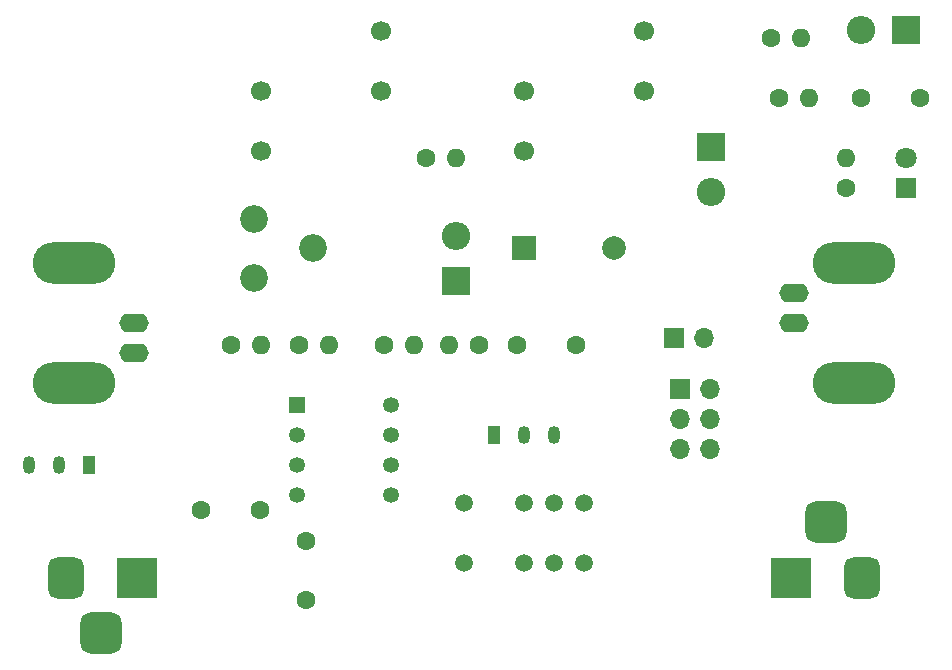
<source format=gbr>
G04 #@! TF.GenerationSoftware,KiCad,Pcbnew,7.0.2-0*
G04 #@! TF.CreationDate,2023-05-29T14:12:07-07:00*
G04 #@! TF.ProjectId,SWR Protector,53575220-5072-46f7-9465-63746f722e6b,v2.0*
G04 #@! TF.SameCoordinates,Original*
G04 #@! TF.FileFunction,Soldermask,Top*
G04 #@! TF.FilePolarity,Negative*
%FSLAX46Y46*%
G04 Gerber Fmt 4.6, Leading zero omitted, Abs format (unit mm)*
G04 Created by KiCad (PCBNEW 7.0.2-0) date 2023-05-29 14:12:07*
%MOMM*%
%LPD*%
G01*
G04 APERTURE LIST*
G04 Aperture macros list*
%AMRoundRect*
0 Rectangle with rounded corners*
0 $1 Rounding radius*
0 $2 $3 $4 $5 $6 $7 $8 $9 X,Y pos of 4 corners*
0 Add a 4 corners polygon primitive as box body*
4,1,4,$2,$3,$4,$5,$6,$7,$8,$9,$2,$3,0*
0 Add four circle primitives for the rounded corners*
1,1,$1+$1,$2,$3*
1,1,$1+$1,$4,$5*
1,1,$1+$1,$6,$7*
1,1,$1+$1,$8,$9*
0 Add four rect primitives between the rounded corners*
20,1,$1+$1,$2,$3,$4,$5,0*
20,1,$1+$1,$4,$5,$6,$7,0*
20,1,$1+$1,$6,$7,$8,$9,0*
20,1,$1+$1,$8,$9,$2,$3,0*%
G04 Aperture macros list end*
%ADD10C,1.600000*%
%ADD11O,1.600000X1.600000*%
%ADD12C,1.700000*%
%ADD13O,2.500000X1.600000*%
%ADD14O,7.000000X3.500000*%
%ADD15C,1.500000*%
%ADD16R,1.700000X1.700000*%
%ADD17O,1.700000X1.700000*%
%ADD18C,2.340000*%
%ADD19R,2.400000X2.400000*%
%ADD20O,2.400000X2.400000*%
%ADD21R,3.500000X3.500000*%
%ADD22RoundRect,0.750000X0.750000X1.000000X-0.750000X1.000000X-0.750000X-1.000000X0.750000X-1.000000X0*%
%ADD23RoundRect,0.875000X0.875000X0.875000X-0.875000X0.875000X-0.875000X-0.875000X0.875000X-0.875000X0*%
%ADD24R,1.050000X1.500000*%
%ADD25O,1.050000X1.500000*%
%ADD26R,1.800000X1.800000*%
%ADD27C,1.800000*%
%ADD28R,2.000000X2.000000*%
%ADD29C,2.000000*%
%ADD30R,1.350000X1.350000*%
%ADD31C,1.350000*%
%ADD32RoundRect,0.750000X-0.750000X-1.000000X0.750000X-1.000000X0.750000X1.000000X-0.750000X1.000000X0*%
%ADD33RoundRect,0.875000X-0.875000X-0.875000X0.875000X-0.875000X0.875000X0.875000X-0.875000X0.875000X0*%
G04 APERTURE END LIST*
D10*
X188595000Y-83820000D03*
X193595000Y-83820000D03*
X156210000Y-104775000D03*
D11*
X153670000Y-104775000D03*
D10*
X180975000Y-78740000D03*
D11*
X183515000Y-78740000D03*
D10*
X151765000Y-88900000D03*
D11*
X154305000Y-88900000D03*
D10*
X141605000Y-126325000D03*
X141605000Y-121325000D03*
D12*
X170180000Y-78200000D03*
X160020000Y-88360000D03*
X170180000Y-83280000D03*
X160020000Y-83280000D03*
D13*
X182880000Y-102870000D03*
D14*
X187960000Y-97790000D03*
D13*
X182880000Y-100330000D03*
D14*
X187960000Y-107950000D03*
D15*
X154940000Y-123190000D03*
X160020000Y-123190000D03*
X162560000Y-123190000D03*
X165100000Y-123190000D03*
X165100000Y-118110000D03*
X162560000Y-118110000D03*
X160020000Y-118110000D03*
X154940000Y-118110000D03*
D12*
X147955000Y-78200000D03*
X137795000Y-88360000D03*
X147955000Y-83280000D03*
X137795000Y-83280000D03*
D16*
X172715000Y-104140000D03*
D17*
X175255000Y-104140000D03*
D10*
X148180000Y-104775000D03*
D11*
X150720000Y-104775000D03*
D18*
X137160000Y-99060000D03*
X142160000Y-96560000D03*
X137160000Y-94060000D03*
D19*
X175895000Y-87965000D03*
D20*
X175895000Y-91775000D03*
D19*
X154305000Y-99360000D03*
D20*
X154305000Y-95550000D03*
D21*
X182626000Y-124460000D03*
D22*
X188626000Y-124460000D03*
D23*
X185626000Y-119760000D03*
D10*
X187325000Y-91440000D03*
D11*
X187325000Y-88900000D03*
D24*
X157480000Y-112395000D03*
D25*
X160020000Y-112395000D03*
X162560000Y-112395000D03*
D16*
X173228000Y-108458000D03*
D17*
X175768000Y-108458000D03*
X173228000Y-110998000D03*
X175768000Y-110998000D03*
X173228000Y-113538000D03*
X175768000Y-113538000D03*
D10*
X159465000Y-104775000D03*
X164465000Y-104775000D03*
X135226000Y-104775000D03*
D11*
X137766000Y-104775000D03*
D26*
X192405000Y-91440000D03*
D27*
X192405000Y-88900000D03*
D13*
X127000000Y-102870000D03*
D14*
X121920000Y-107950000D03*
D13*
X127000000Y-105410000D03*
D14*
X121920000Y-97790000D03*
D10*
X181610000Y-83820000D03*
D11*
X184150000Y-83820000D03*
D28*
X160040000Y-96520000D03*
D29*
X167640000Y-96520000D03*
D10*
X140941000Y-104775000D03*
D11*
X143481000Y-104775000D03*
D30*
X140810000Y-109855000D03*
D31*
X140810000Y-112395000D03*
X140810000Y-114935000D03*
X140810000Y-117475000D03*
X148750000Y-117475000D03*
X148750000Y-114935000D03*
X148750000Y-112395000D03*
X148750000Y-109855000D03*
D24*
X123190000Y-114935000D03*
D25*
X120650000Y-114935000D03*
X118110000Y-114935000D03*
D19*
X192405000Y-78105000D03*
D20*
X188595000Y-78105000D03*
D10*
X132715000Y-118745000D03*
X137715000Y-118745000D03*
D21*
X127254000Y-124460000D03*
D32*
X121254000Y-124460000D03*
D33*
X124254000Y-129160000D03*
M02*

</source>
